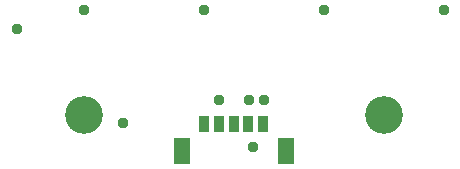
<source format=gbr>
G04 EAGLE Gerber RS-274X export*
G75*
%MOMM*%
%FSLAX34Y34*%
%LPD*%
%INSoldermask Bottom*%
%IPPOS*%
%AMOC8*
5,1,8,0,0,1.08239X$1,22.5*%
G01*
%ADD10C,3.203200*%
%ADD11R,0.952400X1.352400*%
%ADD12R,1.452400X2.302400*%
%ADD13C,0.959600*%


D10*
X266700Y457200D03*
X520700Y457200D03*
D11*
X368700Y449300D03*
X381200Y449300D03*
X393700Y449300D03*
X406200Y449300D03*
X418700Y449300D03*
D12*
X349700Y426350D03*
X437700Y426350D03*
D13*
X419100Y469900D03*
X406400Y469900D03*
X210000Y530000D03*
X381000Y469900D03*
X266700Y546100D03*
X368300Y546100D03*
X469900Y546100D03*
X571500Y546100D03*
X410000Y430000D03*
X300000Y450000D03*
M02*

</source>
